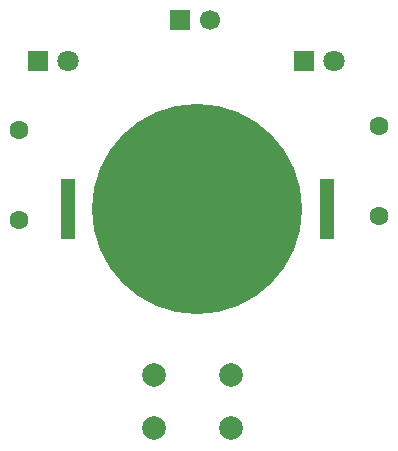
<source format=gbr>
%TF.GenerationSoftware,KiCad,Pcbnew,9.0.2*%
%TF.CreationDate,2025-07-01T17:26:35-07:00*%
%TF.ProjectId,Blinky,426c696e-6b79-42e6-9b69-6361645f7063,rev?*%
%TF.SameCoordinates,Original*%
%TF.FileFunction,Soldermask,Bot*%
%TF.FilePolarity,Negative*%
%FSLAX46Y46*%
G04 Gerber Fmt 4.6, Leading zero omitted, Abs format (unit mm)*
G04 Created by KiCad (PCBNEW 9.0.2) date 2025-07-01 17:26:35*
%MOMM*%
%LPD*%
G01*
G04 APERTURE LIST*
%ADD10C,1.600000*%
%ADD11C,17.800000*%
%ADD12R,1.270000X5.080000*%
%ADD13C,1.800000*%
%ADD14R,1.800000X1.800000*%
%ADD15C,2.000000*%
%ADD16C,1.700000*%
%ADD17R,1.700000X1.700000*%
G04 APERTURE END LIST*
D10*
%TO.C,R1*%
X119800000Y-90210000D03*
X119800000Y-82590000D03*
%TD*%
D11*
%TO.C,BT1*%
X134900000Y-89258075D03*
D12*
X145885000Y-89258075D03*
X123915000Y-89258075D03*
%TD*%
D13*
%TO.C,D1*%
X123940000Y-76700000D03*
D14*
X121400000Y-76700000D03*
%TD*%
D10*
%TO.C,R2*%
X150300000Y-89900000D03*
X150300000Y-82280000D03*
%TD*%
D13*
%TO.C,D2*%
X146465000Y-76700000D03*
D14*
X143925000Y-76700000D03*
%TD*%
D15*
%TO.C,SW1*%
X131250000Y-103350000D03*
X137750000Y-103350000D03*
X131250000Y-107850000D03*
X137750000Y-107850000D03*
%TD*%
D16*
%TO.C,M1*%
X135965000Y-73300000D03*
D17*
X133425000Y-73300000D03*
%TD*%
M02*

</source>
